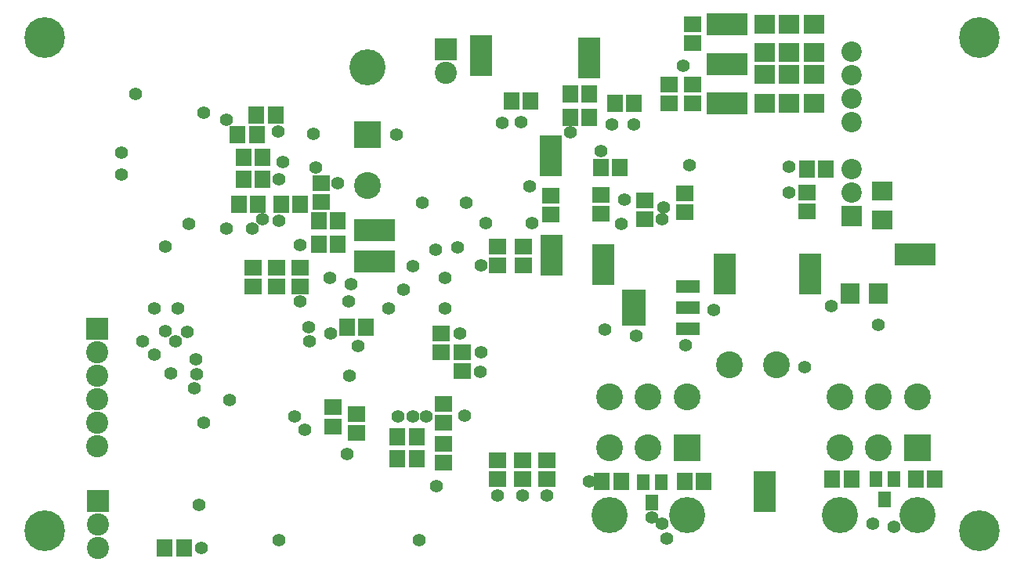
<source format=gbs>
G04 #@! TF.FileFunction,Soldermask,Bot*
%FSLAX46Y46*%
G04 Gerber Fmt 4.6, Leading zero omitted, Abs format (unit mm)*
G04 Created by KiCad (PCBNEW 4.0.5+dfsg1-4) date Thu Jul  6 10:43:40 2017*
%MOMM*%
%LPD*%
G01*
G04 APERTURE LIST*
%ADD10C,0.100000*%
%ADD11R,1.800000X1.900000*%
%ADD12R,1.900000X1.800000*%
%ADD13R,2.300000X2.000000*%
%ADD14R,2.000000X2.300000*%
%ADD15R,1.400000X1.800000*%
%ADD16R,2.400000X2.400000*%
%ADD17C,2.400000*%
%ADD18R,4.400000X2.400000*%
%ADD19R,2.400000X4.400000*%
%ADD20R,2.650000X1.400000*%
%ADD21R,2.650000X3.900000*%
%ADD22C,2.900000*%
%ADD23R,2.900000X2.900000*%
%ADD24C,3.908000*%
%ADD25R,2.200000X2.200000*%
%ADD26C,2.200000*%
%ADD27C,4.400000*%
%ADD28C,1.416000*%
G04 APERTURE END LIST*
D10*
D11*
X137686000Y-84582000D03*
X135636000Y-84582000D03*
X137686000Y-87122000D03*
X135636000Y-87122000D03*
X129540000Y-80137000D03*
X127490000Y-80137000D03*
X127508000Y-77724000D03*
X129558000Y-77724000D03*
D12*
X131064000Y-91712000D03*
X131064000Y-89662000D03*
D11*
X133622000Y-82804000D03*
X131572000Y-82804000D03*
X129050000Y-82804000D03*
X127000000Y-82804000D03*
X128887000Y-73152000D03*
X130937000Y-73152000D03*
X126855000Y-75311000D03*
X128905000Y-75311000D03*
D12*
X166116000Y-83838000D03*
X166116000Y-81788000D03*
D11*
X202184000Y-112522000D03*
X200134000Y-112522000D03*
X191117000Y-112522000D03*
X193167000Y-112522000D03*
D12*
X157734000Y-87358000D03*
X157734000Y-89408000D03*
X160655000Y-83947000D03*
X160655000Y-81897000D03*
X175133000Y-83693000D03*
X175133000Y-81643000D03*
X154940000Y-89426000D03*
X154940000Y-87376000D03*
D11*
X166098000Y-78867000D03*
X168148000Y-78867000D03*
X177183000Y-112776000D03*
X175133000Y-112776000D03*
X166225000Y-112776000D03*
X168275000Y-112776000D03*
D13*
X189103000Y-68782000D03*
X189103000Y-71882000D03*
X186436000Y-68782000D03*
X186436000Y-71882000D03*
X183769000Y-68782000D03*
X183769000Y-71882000D03*
D14*
X192988000Y-92456000D03*
X196088000Y-92456000D03*
D13*
X196469000Y-84507000D03*
X196469000Y-81407000D03*
X189103000Y-63321000D03*
X189103000Y-66421000D03*
X186436000Y-63321000D03*
X186436000Y-66421000D03*
X183769000Y-63321000D03*
X183769000Y-66421000D03*
D12*
X188341000Y-83584000D03*
X188341000Y-81534000D03*
X173482000Y-69832000D03*
X173482000Y-71882000D03*
D11*
X167640000Y-71882000D03*
X169690000Y-71882000D03*
X164864000Y-73406000D03*
X162814000Y-73406000D03*
X164864000Y-70866000D03*
X162814000Y-70866000D03*
X156446000Y-71628000D03*
X158496000Y-71628000D03*
D12*
X137160000Y-104775000D03*
X137160000Y-106825000D03*
X139700000Y-105519000D03*
X139700000Y-107569000D03*
D11*
X138666000Y-96139000D03*
X140716000Y-96139000D03*
X144127000Y-110363000D03*
X146177000Y-110363000D03*
X144127000Y-107950000D03*
X146177000Y-107950000D03*
D12*
X149098000Y-110744000D03*
X149098000Y-108694000D03*
X151130000Y-98806000D03*
X151130000Y-100856000D03*
X148844000Y-96774000D03*
X148844000Y-98824000D03*
X149098000Y-104376000D03*
X149098000Y-106426000D03*
D11*
X118981000Y-120015000D03*
X121031000Y-120015000D03*
D15*
X196789000Y-114722000D03*
X197739000Y-112522000D03*
X195839000Y-112522000D03*
X171643000Y-115103000D03*
X172593000Y-112903000D03*
X170693000Y-112903000D03*
D16*
X111760000Y-114935000D03*
D17*
X111760000Y-117475000D03*
X111760000Y-120015000D03*
D12*
X133604000Y-89644000D03*
X133604000Y-91694000D03*
X135890000Y-82568000D03*
X135890000Y-80518000D03*
X170815000Y-82405000D03*
X170815000Y-84455000D03*
X176022000Y-69832000D03*
X176022000Y-71882000D03*
D11*
X190391000Y-78994000D03*
X188341000Y-78994000D03*
D12*
X176022000Y-63355000D03*
X176022000Y-65405000D03*
X154900596Y-110490000D03*
X154900596Y-112540000D03*
X157607000Y-110490000D03*
X157607000Y-112540000D03*
X160274000Y-110490000D03*
X160274000Y-112540000D03*
D18*
X141670000Y-89027000D03*
X141670000Y-85598000D03*
D19*
X160782000Y-88330000D03*
X188722000Y-90362000D03*
X160655000Y-77532000D03*
X179451000Y-90362000D03*
D18*
X179767000Y-71882000D03*
X200090000Y-88265000D03*
X179767000Y-67691000D03*
D19*
X183769000Y-113857000D03*
X166370000Y-89346000D03*
X164846000Y-66994000D03*
X153162000Y-66740000D03*
D20*
X175493000Y-96280000D03*
X175493000Y-93980000D03*
D21*
X169693000Y-93980000D03*
D20*
X175493000Y-91680000D03*
D22*
X140843000Y-80811000D03*
D23*
X140843000Y-75311000D03*
D24*
X140843000Y-68011000D03*
X191888000Y-116459000D03*
D22*
X191888000Y-103659000D03*
X196088000Y-103659000D03*
X200288000Y-103659000D03*
D23*
X200288000Y-109159000D03*
D22*
X196088000Y-109159000D03*
X191888000Y-109159000D03*
D24*
X200288000Y-116459000D03*
X166996000Y-116459000D03*
D22*
X166996000Y-103659000D03*
X171196000Y-103659000D03*
X175396000Y-103659000D03*
D23*
X175396000Y-109159000D03*
D22*
X171196000Y-109159000D03*
X166996000Y-109159000D03*
D24*
X175396000Y-116459000D03*
D25*
X193167000Y-84074000D03*
D26*
X193167000Y-81534000D03*
X193167000Y-78994000D03*
X193167000Y-73914000D03*
X193167000Y-71374000D03*
X193167000Y-68834000D03*
X193167000Y-66294000D03*
D18*
X179767000Y-63373000D03*
D22*
X179959000Y-100203000D03*
X185039000Y-100203000D03*
D27*
X207000000Y-64770000D03*
X207000000Y-118110000D03*
X106000000Y-118110000D03*
X106000000Y-64770000D03*
D16*
X111633000Y-96266000D03*
D17*
X111633000Y-98806000D03*
X111633000Y-101346000D03*
X111633000Y-103886000D03*
X111633000Y-106426000D03*
X111633000Y-108966000D03*
D16*
X149352000Y-66040000D03*
D17*
X149352000Y-68580000D03*
D12*
X128524000Y-91694000D03*
X128524000Y-89644000D03*
D28*
X151511000Y-82677000D03*
X146812000Y-82677000D03*
X144018000Y-75311000D03*
X147193000Y-105791000D03*
X144145000Y-105791000D03*
X153162000Y-98806000D03*
X139827000Y-98171000D03*
X136779000Y-90805000D03*
X123190000Y-106426000D03*
X122682000Y-115316000D03*
X131318000Y-119126000D03*
X146431000Y-119126000D03*
X175006000Y-67818000D03*
X167259000Y-74168000D03*
X155448000Y-74041000D03*
X158369000Y-80899000D03*
X115824000Y-70866000D03*
X123190000Y-72898000D03*
X118999000Y-87376000D03*
X132969000Y-105791000D03*
X135255000Y-78867000D03*
X128397000Y-85471000D03*
X133604000Y-87249000D03*
X131318000Y-80137000D03*
X135001000Y-75184000D03*
X131699000Y-78232000D03*
X125603000Y-85471000D03*
X121539000Y-84963000D03*
X150581349Y-87448651D03*
X148209000Y-87757000D03*
X145796000Y-89535000D03*
X139065000Y-91440000D03*
X162814000Y-75057000D03*
X153670000Y-84836000D03*
X158623000Y-84836000D03*
X169672000Y-74168000D03*
X125603000Y-73660000D03*
X133604000Y-93345000D03*
X131318000Y-84582000D03*
X129540000Y-84455000D03*
X131191000Y-74930000D03*
X168275000Y-84963000D03*
X172847000Y-83185000D03*
X169926000Y-97028000D03*
X178308000Y-94234000D03*
X166497000Y-96393000D03*
X164846000Y-112776000D03*
X166116000Y-77089000D03*
X191008000Y-93853000D03*
X188087000Y-100457000D03*
X171577000Y-116713000D03*
X175641000Y-78613000D03*
X197739000Y-117729000D03*
X172720000Y-117348000D03*
X195453000Y-117348000D03*
X173228000Y-118999000D03*
X144780000Y-92075014D03*
X153162000Y-89408000D03*
X143129000Y-94107000D03*
X168656000Y-82296000D03*
X175260000Y-98044000D03*
X196088006Y-95885000D03*
X186436000Y-81534000D03*
X157480000Y-73914000D03*
X150876030Y-96774000D03*
X145796000Y-105791000D03*
X151384000Y-105664000D03*
X136906000Y-96774000D03*
X117856000Y-94107000D03*
X120396000Y-94107000D03*
X114300000Y-79629000D03*
X114300000Y-77216000D03*
X116586000Y-97663000D03*
X117856000Y-99060000D03*
X119634000Y-101092000D03*
X122174000Y-102743000D03*
X125984000Y-104013000D03*
X138811000Y-93345000D03*
X149225000Y-94107000D03*
X149225000Y-90805000D03*
X134112000Y-107188000D03*
X138684000Y-109855000D03*
X148336000Y-113284000D03*
X153035000Y-100965000D03*
X118999000Y-96520000D03*
X122301000Y-99568000D03*
X122936000Y-120015000D03*
X186436000Y-78740000D03*
X154940000Y-114300000D03*
X157607000Y-114300000D03*
X160274000Y-114300000D03*
X120142000Y-97663000D03*
X134620000Y-97663000D03*
X121412000Y-96647000D03*
X134493000Y-96139000D03*
X122428000Y-101219000D03*
X138938000Y-101346000D03*
X137668000Y-80518000D03*
X172720000Y-84455000D03*
M02*

</source>
